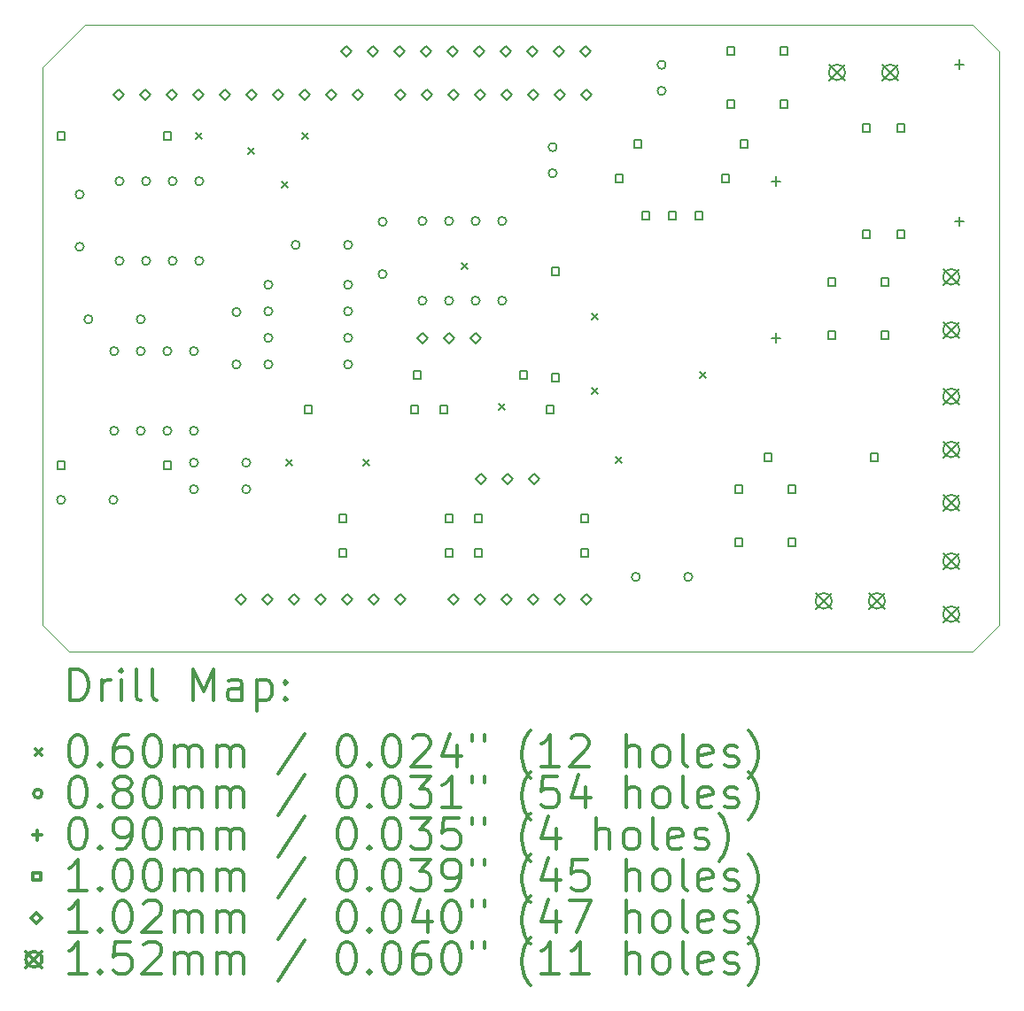
<source format=gbr>
%FSLAX45Y45*%
G04 Gerber Fmt 4.5, Leading zero omitted, Abs format (unit mm)*
G04 Created by KiCad (PCBNEW 4.0.2+dfsg1-stable) date dim. 24 juil. 2016 19:10:40 CEST*
%MOMM*%
G01*
G04 APERTURE LIST*
%ADD10C,0.127000*%
%ADD11C,0.100000*%
%ADD12C,0.200000*%
%ADD13C,0.300000*%
G04 APERTURE END LIST*
D10*
D11*
X16002000Y-10490200D02*
X16002000Y-5156200D01*
X16256000Y-10744200D02*
X16002000Y-10490200D01*
X18542000Y-10744200D02*
X16256000Y-10744200D01*
X18796000Y-10744200D02*
X18542000Y-10744200D01*
X24892000Y-10744200D02*
X18796000Y-10744200D01*
X25146000Y-10490200D02*
X24892000Y-10744200D01*
X25146000Y-5003800D02*
X25146000Y-10490200D01*
X24892000Y-4749800D02*
X25146000Y-5003800D01*
X16408400Y-4749800D02*
X24892000Y-4749800D01*
X16002000Y-5156200D02*
X16408400Y-4749800D01*
D12*
X17470600Y-5786600D02*
X17530600Y-5846600D01*
X17530600Y-5786600D02*
X17470600Y-5846600D01*
X17969235Y-5931046D02*
X18029235Y-5991046D01*
X18029235Y-5931046D02*
X17969235Y-5991046D01*
X18286967Y-6248779D02*
X18346967Y-6308779D01*
X18346967Y-6248779D02*
X18286967Y-6308779D01*
X18334200Y-8910800D02*
X18394200Y-8970800D01*
X18394200Y-8910800D02*
X18334200Y-8970800D01*
X18486600Y-5786600D02*
X18546600Y-5846600D01*
X18546600Y-5786600D02*
X18486600Y-5846600D01*
X19070800Y-8910800D02*
X19130800Y-8970800D01*
X19130800Y-8910800D02*
X19070800Y-8970800D01*
X20010600Y-7031200D02*
X20070600Y-7091200D01*
X20070600Y-7031200D02*
X20010600Y-7091200D01*
X20366200Y-8377400D02*
X20426200Y-8437400D01*
X20426200Y-8377400D02*
X20366200Y-8437400D01*
X21255200Y-7513800D02*
X21315200Y-7573800D01*
X21315200Y-7513800D02*
X21255200Y-7573800D01*
X21255200Y-8225000D02*
X21315200Y-8285000D01*
X21315200Y-8225000D02*
X21255200Y-8285000D01*
X21483800Y-8885400D02*
X21543800Y-8945400D01*
X21543800Y-8885400D02*
X21483800Y-8945400D01*
X22285826Y-8072600D02*
X22345826Y-8132600D01*
X22345826Y-8072600D02*
X22285826Y-8132600D01*
X16219800Y-9296400D02*
G75*
G03X16219800Y-9296400I-40000J0D01*
G01*
X16397600Y-6375400D02*
G75*
G03X16397600Y-6375400I-40000J0D01*
G01*
X16397600Y-6875400D02*
G75*
G03X16397600Y-6875400I-40000J0D01*
G01*
X16481800Y-7569200D02*
G75*
G03X16481800Y-7569200I-40000J0D01*
G01*
X16719800Y-9296400D02*
G75*
G03X16719800Y-9296400I-40000J0D01*
G01*
X16727800Y-7874000D02*
G75*
G03X16727800Y-7874000I-40000J0D01*
G01*
X16727800Y-8636000D02*
G75*
G03X16727800Y-8636000I-40000J0D01*
G01*
X16778600Y-6248400D02*
G75*
G03X16778600Y-6248400I-40000J0D01*
G01*
X16778600Y-7010400D02*
G75*
G03X16778600Y-7010400I-40000J0D01*
G01*
X16981800Y-7569200D02*
G75*
G03X16981800Y-7569200I-40000J0D01*
G01*
X16981800Y-7874000D02*
G75*
G03X16981800Y-7874000I-40000J0D01*
G01*
X16981800Y-8636000D02*
G75*
G03X16981800Y-8636000I-40000J0D01*
G01*
X17032600Y-6248400D02*
G75*
G03X17032600Y-6248400I-40000J0D01*
G01*
X17032600Y-7010400D02*
G75*
G03X17032600Y-7010400I-40000J0D01*
G01*
X17235800Y-7874000D02*
G75*
G03X17235800Y-7874000I-40000J0D01*
G01*
X17235800Y-8636000D02*
G75*
G03X17235800Y-8636000I-40000J0D01*
G01*
X17286600Y-6248400D02*
G75*
G03X17286600Y-6248400I-40000J0D01*
G01*
X17286600Y-7010400D02*
G75*
G03X17286600Y-7010400I-40000J0D01*
G01*
X17489800Y-7874000D02*
G75*
G03X17489800Y-7874000I-40000J0D01*
G01*
X17489800Y-8636000D02*
G75*
G03X17489800Y-8636000I-40000J0D01*
G01*
X17489800Y-8940800D02*
G75*
G03X17489800Y-8940800I-40000J0D01*
G01*
X17489800Y-9194800D02*
G75*
G03X17489800Y-9194800I-40000J0D01*
G01*
X17540600Y-6248400D02*
G75*
G03X17540600Y-6248400I-40000J0D01*
G01*
X17540600Y-7010400D02*
G75*
G03X17540600Y-7010400I-40000J0D01*
G01*
X17896200Y-7501000D02*
G75*
G03X17896200Y-7501000I-40000J0D01*
G01*
X17896200Y-8001000D02*
G75*
G03X17896200Y-8001000I-40000J0D01*
G01*
X17989800Y-8940800D02*
G75*
G03X17989800Y-8940800I-40000J0D01*
G01*
X17989800Y-9194800D02*
G75*
G03X17989800Y-9194800I-40000J0D01*
G01*
X18201000Y-7239000D02*
G75*
G03X18201000Y-7239000I-40000J0D01*
G01*
X18201000Y-7493000D02*
G75*
G03X18201000Y-7493000I-40000J0D01*
G01*
X18201000Y-7747000D02*
G75*
G03X18201000Y-7747000I-40000J0D01*
G01*
X18201000Y-8001000D02*
G75*
G03X18201000Y-8001000I-40000J0D01*
G01*
X18463000Y-6858000D02*
G75*
G03X18463000Y-6858000I-40000J0D01*
G01*
X18963000Y-6858000D02*
G75*
G03X18963000Y-6858000I-40000J0D01*
G01*
X18963000Y-7239000D02*
G75*
G03X18963000Y-7239000I-40000J0D01*
G01*
X18963000Y-7493000D02*
G75*
G03X18963000Y-7493000I-40000J0D01*
G01*
X18963000Y-7747000D02*
G75*
G03X18963000Y-7747000I-40000J0D01*
G01*
X18963000Y-8001000D02*
G75*
G03X18963000Y-8001000I-40000J0D01*
G01*
X19293200Y-6637400D02*
G75*
G03X19293200Y-6637400I-40000J0D01*
G01*
X19293200Y-7137400D02*
G75*
G03X19293200Y-7137400I-40000J0D01*
G01*
X19674200Y-6629400D02*
G75*
G03X19674200Y-6629400I-40000J0D01*
G01*
X19674200Y-7391400D02*
G75*
G03X19674200Y-7391400I-40000J0D01*
G01*
X19928200Y-6629400D02*
G75*
G03X19928200Y-6629400I-40000J0D01*
G01*
X19928200Y-7391400D02*
G75*
G03X19928200Y-7391400I-40000J0D01*
G01*
X20182200Y-6629400D02*
G75*
G03X20182200Y-6629400I-40000J0D01*
G01*
X20182200Y-7391400D02*
G75*
G03X20182200Y-7391400I-40000J0D01*
G01*
X20436200Y-6629400D02*
G75*
G03X20436200Y-6629400I-40000J0D01*
G01*
X20436200Y-7391400D02*
G75*
G03X20436200Y-7391400I-40000J0D01*
G01*
X20918800Y-5922200D02*
G75*
G03X20918800Y-5922200I-40000J0D01*
G01*
X20918800Y-6172200D02*
G75*
G03X20918800Y-6172200I-40000J0D01*
G01*
X21714200Y-10033000D02*
G75*
G03X21714200Y-10033000I-40000J0D01*
G01*
X21960200Y-5134800D02*
G75*
G03X21960200Y-5134800I-40000J0D01*
G01*
X21960200Y-5384800D02*
G75*
G03X21960200Y-5384800I-40000J0D01*
G01*
X22214200Y-10033000D02*
G75*
G03X22214200Y-10033000I-40000J0D01*
G01*
X23012400Y-6202000D02*
X23012400Y-6292000D01*
X22967400Y-6247000D02*
X23057400Y-6247000D01*
X23012400Y-7702000D02*
X23012400Y-7792000D01*
X22967400Y-7747000D02*
X23057400Y-7747000D01*
X24765000Y-5085800D02*
X24765000Y-5175800D01*
X24720000Y-5130800D02*
X24810000Y-5130800D01*
X24765000Y-6585800D02*
X24765000Y-6675800D01*
X24720000Y-6630800D02*
X24810000Y-6630800D01*
X16215182Y-5851982D02*
X16215182Y-5781217D01*
X16144417Y-5781217D01*
X16144417Y-5851982D01*
X16215182Y-5851982D01*
X16215182Y-9001583D02*
X16215182Y-8930818D01*
X16144417Y-8930818D01*
X16144417Y-9001583D01*
X16215182Y-9001583D01*
X17231183Y-5851982D02*
X17231183Y-5781217D01*
X17160418Y-5781217D01*
X17160418Y-5851982D01*
X17231183Y-5851982D01*
X17231183Y-9001583D02*
X17231183Y-8930818D01*
X17160418Y-8930818D01*
X17160418Y-9001583D01*
X17231183Y-9001583D01*
X18577383Y-8468183D02*
X18577383Y-8397418D01*
X18506618Y-8397418D01*
X18506618Y-8468183D01*
X18577383Y-8468183D01*
X18907583Y-9509583D02*
X18907583Y-9438818D01*
X18836818Y-9438818D01*
X18836818Y-9509583D01*
X18907583Y-9509583D01*
X18907583Y-9839783D02*
X18907583Y-9769018D01*
X18836818Y-9769018D01*
X18836818Y-9839783D01*
X18907583Y-9839783D01*
X19593383Y-8468183D02*
X19593383Y-8397418D01*
X19522618Y-8397418D01*
X19522618Y-8468183D01*
X19593383Y-8468183D01*
X19618783Y-8137982D02*
X19618783Y-8067217D01*
X19548018Y-8067217D01*
X19548018Y-8137982D01*
X19618783Y-8137982D01*
X19872783Y-8468183D02*
X19872783Y-8397418D01*
X19802018Y-8397418D01*
X19802018Y-8468183D01*
X19872783Y-8468183D01*
X19923583Y-9509583D02*
X19923583Y-9438818D01*
X19852818Y-9438818D01*
X19852818Y-9509583D01*
X19923583Y-9509583D01*
X19923583Y-9839783D02*
X19923583Y-9769018D01*
X19852818Y-9769018D01*
X19852818Y-9839783D01*
X19923583Y-9839783D01*
X20202983Y-9509583D02*
X20202983Y-9438818D01*
X20132218Y-9438818D01*
X20132218Y-9509583D01*
X20202983Y-9509583D01*
X20202983Y-9839783D02*
X20202983Y-9769018D01*
X20132218Y-9769018D01*
X20132218Y-9839783D01*
X20202983Y-9839783D01*
X20634783Y-8137982D02*
X20634783Y-8067217D01*
X20564018Y-8067217D01*
X20564018Y-8137982D01*
X20634783Y-8137982D01*
X20888783Y-8468183D02*
X20888783Y-8397418D01*
X20818018Y-8397418D01*
X20818018Y-8468183D01*
X20888783Y-8468183D01*
X20939583Y-7147382D02*
X20939583Y-7076617D01*
X20868818Y-7076617D01*
X20868818Y-7147382D01*
X20939583Y-7147382D01*
X20939583Y-8163382D02*
X20939583Y-8092617D01*
X20868818Y-8092617D01*
X20868818Y-8163382D01*
X20939583Y-8163382D01*
X21218983Y-9509583D02*
X21218983Y-9438818D01*
X21148218Y-9438818D01*
X21148218Y-9509583D01*
X21218983Y-9509583D01*
X21218983Y-9839783D02*
X21218983Y-9769018D01*
X21148218Y-9769018D01*
X21148218Y-9839783D01*
X21218983Y-9839783D01*
X21549183Y-6258382D02*
X21549183Y-6187617D01*
X21478418Y-6187617D01*
X21478418Y-6258382D01*
X21549183Y-6258382D01*
X21726983Y-5928182D02*
X21726983Y-5857417D01*
X21656218Y-5857417D01*
X21656218Y-5928182D01*
X21726983Y-5928182D01*
X21803183Y-6613982D02*
X21803183Y-6543217D01*
X21732418Y-6543217D01*
X21732418Y-6613982D01*
X21803183Y-6613982D01*
X22057183Y-6613982D02*
X22057183Y-6543217D01*
X21986418Y-6543217D01*
X21986418Y-6613982D01*
X22057183Y-6613982D01*
X22311183Y-6613982D02*
X22311183Y-6543217D01*
X22240418Y-6543217D01*
X22240418Y-6613982D01*
X22311183Y-6613982D01*
X22565182Y-6258382D02*
X22565182Y-6187617D01*
X22494417Y-6187617D01*
X22494417Y-6258382D01*
X22565182Y-6258382D01*
X22615982Y-5039183D02*
X22615982Y-4968418D01*
X22545217Y-4968418D01*
X22545217Y-5039183D01*
X22615982Y-5039183D01*
X22615982Y-5547183D02*
X22615982Y-5476418D01*
X22545217Y-5476418D01*
X22545217Y-5547183D01*
X22615982Y-5547183D01*
X22692182Y-9230183D02*
X22692182Y-9159418D01*
X22621417Y-9159418D01*
X22621417Y-9230183D01*
X22692182Y-9230183D01*
X22692182Y-9738183D02*
X22692182Y-9667418D01*
X22621417Y-9667418D01*
X22621417Y-9738183D01*
X22692182Y-9738183D01*
X22742982Y-5928182D02*
X22742982Y-5857417D01*
X22672217Y-5857417D01*
X22672217Y-5928182D01*
X22742982Y-5928182D01*
X22971582Y-8925383D02*
X22971582Y-8854618D01*
X22900817Y-8854618D01*
X22900817Y-8925383D01*
X22971582Y-8925383D01*
X23123982Y-5039183D02*
X23123982Y-4968418D01*
X23053217Y-4968418D01*
X23053217Y-5039183D01*
X23123982Y-5039183D01*
X23123982Y-5547183D02*
X23123982Y-5476418D01*
X23053217Y-5476418D01*
X23053217Y-5547183D01*
X23123982Y-5547183D01*
X23200182Y-9230183D02*
X23200182Y-9159418D01*
X23129417Y-9159418D01*
X23129417Y-9230183D01*
X23200182Y-9230183D01*
X23200182Y-9738183D02*
X23200182Y-9667418D01*
X23129417Y-9667418D01*
X23129417Y-9738183D01*
X23200182Y-9738183D01*
X23582874Y-7247291D02*
X23582874Y-7176526D01*
X23512109Y-7176526D01*
X23512109Y-7247291D01*
X23582874Y-7247291D01*
X23582874Y-7755291D02*
X23582874Y-7684526D01*
X23512109Y-7684526D01*
X23512109Y-7755291D01*
X23582874Y-7755291D01*
X23911382Y-5775782D02*
X23911382Y-5705017D01*
X23840617Y-5705017D01*
X23840617Y-5775782D01*
X23911382Y-5775782D01*
X23911382Y-6791782D02*
X23911382Y-6721017D01*
X23840617Y-6721017D01*
X23840617Y-6791782D01*
X23911382Y-6791782D01*
X23987582Y-8925383D02*
X23987582Y-8854618D01*
X23916817Y-8854618D01*
X23916817Y-8925383D01*
X23987582Y-8925383D01*
X24090874Y-7247291D02*
X24090874Y-7176526D01*
X24020109Y-7176526D01*
X24020109Y-7247291D01*
X24090874Y-7247291D01*
X24090874Y-7755291D02*
X24090874Y-7684526D01*
X24020109Y-7684526D01*
X24020109Y-7755291D01*
X24090874Y-7755291D01*
X24241582Y-5775782D02*
X24241582Y-5705017D01*
X24170817Y-5705017D01*
X24170817Y-5775782D01*
X24241582Y-5775782D01*
X24241582Y-6791782D02*
X24241582Y-6721017D01*
X24170817Y-6721017D01*
X24170817Y-6791782D01*
X24241582Y-6791782D01*
X16729710Y-5471160D02*
X16780510Y-5420360D01*
X16729710Y-5369560D01*
X16678910Y-5420360D01*
X16729710Y-5471160D01*
X16983710Y-5471160D02*
X17034510Y-5420360D01*
X16983710Y-5369560D01*
X16932910Y-5420360D01*
X16983710Y-5471160D01*
X17237710Y-5471160D02*
X17288510Y-5420360D01*
X17237710Y-5369560D01*
X17186910Y-5420360D01*
X17237710Y-5471160D01*
X17491710Y-5471160D02*
X17542510Y-5420360D01*
X17491710Y-5369560D01*
X17440910Y-5420360D01*
X17491710Y-5471160D01*
X17745710Y-5471160D02*
X17796510Y-5420360D01*
X17745710Y-5369560D01*
X17694910Y-5420360D01*
X17745710Y-5471160D01*
X17898110Y-10297160D02*
X17948910Y-10246360D01*
X17898110Y-10195560D01*
X17847310Y-10246360D01*
X17898110Y-10297160D01*
X17999710Y-5471160D02*
X18050510Y-5420360D01*
X17999710Y-5369560D01*
X17948910Y-5420360D01*
X17999710Y-5471160D01*
X18152110Y-10297160D02*
X18202910Y-10246360D01*
X18152110Y-10195560D01*
X18101310Y-10246360D01*
X18152110Y-10297160D01*
X18253710Y-5471160D02*
X18304510Y-5420360D01*
X18253710Y-5369560D01*
X18202910Y-5420360D01*
X18253710Y-5471160D01*
X18406110Y-10297160D02*
X18456910Y-10246360D01*
X18406110Y-10195560D01*
X18355310Y-10246360D01*
X18406110Y-10297160D01*
X18507710Y-5471160D02*
X18558510Y-5420360D01*
X18507710Y-5369560D01*
X18456910Y-5420360D01*
X18507710Y-5471160D01*
X18660110Y-10297160D02*
X18710910Y-10246360D01*
X18660110Y-10195560D01*
X18609310Y-10246360D01*
X18660110Y-10297160D01*
X18761710Y-5471160D02*
X18812510Y-5420360D01*
X18761710Y-5369560D01*
X18710910Y-5420360D01*
X18761710Y-5471160D01*
X18910300Y-5054600D02*
X18961100Y-5003800D01*
X18910300Y-4953000D01*
X18859500Y-5003800D01*
X18910300Y-5054600D01*
X18914110Y-10297160D02*
X18964910Y-10246360D01*
X18914110Y-10195560D01*
X18863310Y-10246360D01*
X18914110Y-10297160D01*
X19015710Y-5471160D02*
X19066510Y-5420360D01*
X19015710Y-5369560D01*
X18964910Y-5420360D01*
X19015710Y-5471160D01*
X19164300Y-5054600D02*
X19215100Y-5003800D01*
X19164300Y-4953000D01*
X19113500Y-5003800D01*
X19164300Y-5054600D01*
X19168110Y-10297160D02*
X19218910Y-10246360D01*
X19168110Y-10195560D01*
X19117310Y-10246360D01*
X19168110Y-10297160D01*
X19418300Y-5054600D02*
X19469100Y-5003800D01*
X19418300Y-4953000D01*
X19367500Y-5003800D01*
X19418300Y-5054600D01*
X19422110Y-5471160D02*
X19472910Y-5420360D01*
X19422110Y-5369560D01*
X19371310Y-5420360D01*
X19422110Y-5471160D01*
X19422110Y-10297160D02*
X19472910Y-10246360D01*
X19422110Y-10195560D01*
X19371310Y-10246360D01*
X19422110Y-10297160D01*
X19634200Y-7797800D02*
X19685000Y-7747000D01*
X19634200Y-7696200D01*
X19583400Y-7747000D01*
X19634200Y-7797800D01*
X19672300Y-5054600D02*
X19723100Y-5003800D01*
X19672300Y-4953000D01*
X19621500Y-5003800D01*
X19672300Y-5054600D01*
X19676110Y-5471160D02*
X19726910Y-5420360D01*
X19676110Y-5369560D01*
X19625310Y-5420360D01*
X19676110Y-5471160D01*
X19888200Y-7797800D02*
X19939000Y-7747000D01*
X19888200Y-7696200D01*
X19837400Y-7747000D01*
X19888200Y-7797800D01*
X19926300Y-5054600D02*
X19977100Y-5003800D01*
X19926300Y-4953000D01*
X19875500Y-5003800D01*
X19926300Y-5054600D01*
X19930110Y-5471160D02*
X19980910Y-5420360D01*
X19930110Y-5369560D01*
X19879310Y-5420360D01*
X19930110Y-5471160D01*
X19930110Y-10297160D02*
X19980910Y-10246360D01*
X19930110Y-10195560D01*
X19879310Y-10246360D01*
X19930110Y-10297160D01*
X20142200Y-7797800D02*
X20193000Y-7747000D01*
X20142200Y-7696200D01*
X20091400Y-7747000D01*
X20142200Y-7797800D01*
X20180300Y-5054600D02*
X20231100Y-5003800D01*
X20180300Y-4953000D01*
X20129500Y-5003800D01*
X20180300Y-5054600D01*
X20184110Y-5471160D02*
X20234910Y-5420360D01*
X20184110Y-5369560D01*
X20133310Y-5420360D01*
X20184110Y-5471160D01*
X20184110Y-10297160D02*
X20234910Y-10246360D01*
X20184110Y-10195560D01*
X20133310Y-10246360D01*
X20184110Y-10297160D01*
X20193000Y-9144000D02*
X20243800Y-9093200D01*
X20193000Y-9042400D01*
X20142200Y-9093200D01*
X20193000Y-9144000D01*
X20434300Y-5054600D02*
X20485100Y-5003800D01*
X20434300Y-4953000D01*
X20383500Y-5003800D01*
X20434300Y-5054600D01*
X20438110Y-5471160D02*
X20488910Y-5420360D01*
X20438110Y-5369560D01*
X20387310Y-5420360D01*
X20438110Y-5471160D01*
X20438110Y-10297160D02*
X20488910Y-10246360D01*
X20438110Y-10195560D01*
X20387310Y-10246360D01*
X20438110Y-10297160D01*
X20447000Y-9144000D02*
X20497800Y-9093200D01*
X20447000Y-9042400D01*
X20396200Y-9093200D01*
X20447000Y-9144000D01*
X20688300Y-5054600D02*
X20739100Y-5003800D01*
X20688300Y-4953000D01*
X20637500Y-5003800D01*
X20688300Y-5054600D01*
X20692110Y-5471160D02*
X20742910Y-5420360D01*
X20692110Y-5369560D01*
X20641310Y-5420360D01*
X20692110Y-5471160D01*
X20692110Y-10297160D02*
X20742910Y-10246360D01*
X20692110Y-10195560D01*
X20641310Y-10246360D01*
X20692110Y-10297160D01*
X20701000Y-9144000D02*
X20751800Y-9093200D01*
X20701000Y-9042400D01*
X20650200Y-9093200D01*
X20701000Y-9144000D01*
X20942300Y-5054600D02*
X20993100Y-5003800D01*
X20942300Y-4953000D01*
X20891500Y-5003800D01*
X20942300Y-5054600D01*
X20946110Y-5471160D02*
X20996910Y-5420360D01*
X20946110Y-5369560D01*
X20895310Y-5420360D01*
X20946110Y-5471160D01*
X20946110Y-10297160D02*
X20996910Y-10246360D01*
X20946110Y-10195560D01*
X20895310Y-10246360D01*
X20946110Y-10297160D01*
X21196300Y-5054600D02*
X21247100Y-5003800D01*
X21196300Y-4953000D01*
X21145500Y-5003800D01*
X21196300Y-5054600D01*
X21200110Y-5471160D02*
X21250910Y-5420360D01*
X21200110Y-5369560D01*
X21149310Y-5420360D01*
X21200110Y-5471160D01*
X21200110Y-10297160D02*
X21250910Y-10246360D01*
X21200110Y-10195560D01*
X21149310Y-10246360D01*
X21200110Y-10297160D01*
X23393400Y-10185400D02*
X23545800Y-10337800D01*
X23545800Y-10185400D02*
X23393400Y-10337800D01*
X23545800Y-10261600D02*
G75*
G03X23545800Y-10261600I-76200J0D01*
G01*
X23520400Y-5130800D02*
X23672800Y-5283200D01*
X23672800Y-5130800D02*
X23520400Y-5283200D01*
X23672800Y-5207000D02*
G75*
G03X23672800Y-5207000I-76200J0D01*
G01*
X23901400Y-10185400D02*
X24053800Y-10337800D01*
X24053800Y-10185400D02*
X23901400Y-10337800D01*
X24053800Y-10261600D02*
G75*
G03X24053800Y-10261600I-76200J0D01*
G01*
X24028400Y-5130800D02*
X24180800Y-5283200D01*
X24180800Y-5130800D02*
X24028400Y-5283200D01*
X24180800Y-5207000D02*
G75*
G03X24180800Y-5207000I-76200J0D01*
G01*
X24612600Y-7086600D02*
X24765000Y-7239000D01*
X24765000Y-7086600D02*
X24612600Y-7239000D01*
X24765000Y-7162800D02*
G75*
G03X24765000Y-7162800I-76200J0D01*
G01*
X24612600Y-7594600D02*
X24765000Y-7747000D01*
X24765000Y-7594600D02*
X24612600Y-7747000D01*
X24765000Y-7670800D02*
G75*
G03X24765000Y-7670800I-76200J0D01*
G01*
X24612600Y-8229600D02*
X24765000Y-8382000D01*
X24765000Y-8229600D02*
X24612600Y-8382000D01*
X24765000Y-8305800D02*
G75*
G03X24765000Y-8305800I-76200J0D01*
G01*
X24612600Y-8737600D02*
X24765000Y-8890000D01*
X24765000Y-8737600D02*
X24612600Y-8890000D01*
X24765000Y-8813800D02*
G75*
G03X24765000Y-8813800I-76200J0D01*
G01*
X24612600Y-9245600D02*
X24765000Y-9398000D01*
X24765000Y-9245600D02*
X24612600Y-9398000D01*
X24765000Y-9321800D02*
G75*
G03X24765000Y-9321800I-76200J0D01*
G01*
X24612600Y-9804400D02*
X24765000Y-9956800D01*
X24765000Y-9804400D02*
X24612600Y-9956800D01*
X24765000Y-9880600D02*
G75*
G03X24765000Y-9880600I-76200J0D01*
G01*
X24612600Y-10312400D02*
X24765000Y-10464800D01*
X24765000Y-10312400D02*
X24612600Y-10464800D01*
X24765000Y-10388600D02*
G75*
G03X24765000Y-10388600I-76200J0D01*
G01*
D13*
X16268428Y-11214914D02*
X16268428Y-10914914D01*
X16339857Y-10914914D01*
X16382714Y-10929200D01*
X16411286Y-10957772D01*
X16425571Y-10986343D01*
X16439857Y-11043486D01*
X16439857Y-11086343D01*
X16425571Y-11143486D01*
X16411286Y-11172057D01*
X16382714Y-11200629D01*
X16339857Y-11214914D01*
X16268428Y-11214914D01*
X16568428Y-11214914D02*
X16568428Y-11014914D01*
X16568428Y-11072057D02*
X16582714Y-11043486D01*
X16597000Y-11029200D01*
X16625571Y-11014914D01*
X16654143Y-11014914D01*
X16754143Y-11214914D02*
X16754143Y-11014914D01*
X16754143Y-10914914D02*
X16739857Y-10929200D01*
X16754143Y-10943486D01*
X16768428Y-10929200D01*
X16754143Y-10914914D01*
X16754143Y-10943486D01*
X16939857Y-11214914D02*
X16911286Y-11200629D01*
X16897000Y-11172057D01*
X16897000Y-10914914D01*
X17097000Y-11214914D02*
X17068429Y-11200629D01*
X17054143Y-11172057D01*
X17054143Y-10914914D01*
X17439857Y-11214914D02*
X17439857Y-10914914D01*
X17539857Y-11129200D01*
X17639857Y-10914914D01*
X17639857Y-11214914D01*
X17911286Y-11214914D02*
X17911286Y-11057772D01*
X17897000Y-11029200D01*
X17868429Y-11014914D01*
X17811286Y-11014914D01*
X17782714Y-11029200D01*
X17911286Y-11200629D02*
X17882714Y-11214914D01*
X17811286Y-11214914D01*
X17782714Y-11200629D01*
X17768429Y-11172057D01*
X17768429Y-11143486D01*
X17782714Y-11114914D01*
X17811286Y-11100629D01*
X17882714Y-11100629D01*
X17911286Y-11086343D01*
X18054143Y-11014914D02*
X18054143Y-11314914D01*
X18054143Y-11029200D02*
X18082714Y-11014914D01*
X18139857Y-11014914D01*
X18168429Y-11029200D01*
X18182714Y-11043486D01*
X18197000Y-11072057D01*
X18197000Y-11157772D01*
X18182714Y-11186343D01*
X18168429Y-11200629D01*
X18139857Y-11214914D01*
X18082714Y-11214914D01*
X18054143Y-11200629D01*
X18325571Y-11186343D02*
X18339857Y-11200629D01*
X18325571Y-11214914D01*
X18311286Y-11200629D01*
X18325571Y-11186343D01*
X18325571Y-11214914D01*
X18325571Y-11029200D02*
X18339857Y-11043486D01*
X18325571Y-11057772D01*
X18311286Y-11043486D01*
X18325571Y-11029200D01*
X18325571Y-11057772D01*
X15937000Y-11679200D02*
X15997000Y-11739200D01*
X15997000Y-11679200D02*
X15937000Y-11739200D01*
X16325571Y-11544914D02*
X16354143Y-11544914D01*
X16382714Y-11559200D01*
X16397000Y-11573486D01*
X16411286Y-11602057D01*
X16425571Y-11659200D01*
X16425571Y-11730629D01*
X16411286Y-11787771D01*
X16397000Y-11816343D01*
X16382714Y-11830629D01*
X16354143Y-11844914D01*
X16325571Y-11844914D01*
X16297000Y-11830629D01*
X16282714Y-11816343D01*
X16268428Y-11787771D01*
X16254143Y-11730629D01*
X16254143Y-11659200D01*
X16268428Y-11602057D01*
X16282714Y-11573486D01*
X16297000Y-11559200D01*
X16325571Y-11544914D01*
X16554143Y-11816343D02*
X16568428Y-11830629D01*
X16554143Y-11844914D01*
X16539857Y-11830629D01*
X16554143Y-11816343D01*
X16554143Y-11844914D01*
X16825571Y-11544914D02*
X16768428Y-11544914D01*
X16739857Y-11559200D01*
X16725571Y-11573486D01*
X16697000Y-11616343D01*
X16682714Y-11673486D01*
X16682714Y-11787771D01*
X16697000Y-11816343D01*
X16711286Y-11830629D01*
X16739857Y-11844914D01*
X16797000Y-11844914D01*
X16825571Y-11830629D01*
X16839857Y-11816343D01*
X16854143Y-11787771D01*
X16854143Y-11716343D01*
X16839857Y-11687771D01*
X16825571Y-11673486D01*
X16797000Y-11659200D01*
X16739857Y-11659200D01*
X16711286Y-11673486D01*
X16697000Y-11687771D01*
X16682714Y-11716343D01*
X17039857Y-11544914D02*
X17068429Y-11544914D01*
X17097000Y-11559200D01*
X17111286Y-11573486D01*
X17125571Y-11602057D01*
X17139857Y-11659200D01*
X17139857Y-11730629D01*
X17125571Y-11787771D01*
X17111286Y-11816343D01*
X17097000Y-11830629D01*
X17068429Y-11844914D01*
X17039857Y-11844914D01*
X17011286Y-11830629D01*
X16997000Y-11816343D01*
X16982714Y-11787771D01*
X16968429Y-11730629D01*
X16968429Y-11659200D01*
X16982714Y-11602057D01*
X16997000Y-11573486D01*
X17011286Y-11559200D01*
X17039857Y-11544914D01*
X17268429Y-11844914D02*
X17268429Y-11644914D01*
X17268429Y-11673486D02*
X17282714Y-11659200D01*
X17311286Y-11644914D01*
X17354143Y-11644914D01*
X17382714Y-11659200D01*
X17397000Y-11687771D01*
X17397000Y-11844914D01*
X17397000Y-11687771D02*
X17411286Y-11659200D01*
X17439857Y-11644914D01*
X17482714Y-11644914D01*
X17511286Y-11659200D01*
X17525571Y-11687771D01*
X17525571Y-11844914D01*
X17668429Y-11844914D02*
X17668429Y-11644914D01*
X17668429Y-11673486D02*
X17682714Y-11659200D01*
X17711286Y-11644914D01*
X17754143Y-11644914D01*
X17782714Y-11659200D01*
X17797000Y-11687771D01*
X17797000Y-11844914D01*
X17797000Y-11687771D02*
X17811286Y-11659200D01*
X17839857Y-11644914D01*
X17882714Y-11644914D01*
X17911286Y-11659200D01*
X17925571Y-11687771D01*
X17925571Y-11844914D01*
X18511286Y-11530629D02*
X18254143Y-11916343D01*
X18897000Y-11544914D02*
X18925571Y-11544914D01*
X18954143Y-11559200D01*
X18968428Y-11573486D01*
X18982714Y-11602057D01*
X18997000Y-11659200D01*
X18997000Y-11730629D01*
X18982714Y-11787771D01*
X18968428Y-11816343D01*
X18954143Y-11830629D01*
X18925571Y-11844914D01*
X18897000Y-11844914D01*
X18868428Y-11830629D01*
X18854143Y-11816343D01*
X18839857Y-11787771D01*
X18825571Y-11730629D01*
X18825571Y-11659200D01*
X18839857Y-11602057D01*
X18854143Y-11573486D01*
X18868428Y-11559200D01*
X18897000Y-11544914D01*
X19125571Y-11816343D02*
X19139857Y-11830629D01*
X19125571Y-11844914D01*
X19111286Y-11830629D01*
X19125571Y-11816343D01*
X19125571Y-11844914D01*
X19325571Y-11544914D02*
X19354143Y-11544914D01*
X19382714Y-11559200D01*
X19397000Y-11573486D01*
X19411286Y-11602057D01*
X19425571Y-11659200D01*
X19425571Y-11730629D01*
X19411286Y-11787771D01*
X19397000Y-11816343D01*
X19382714Y-11830629D01*
X19354143Y-11844914D01*
X19325571Y-11844914D01*
X19297000Y-11830629D01*
X19282714Y-11816343D01*
X19268428Y-11787771D01*
X19254143Y-11730629D01*
X19254143Y-11659200D01*
X19268428Y-11602057D01*
X19282714Y-11573486D01*
X19297000Y-11559200D01*
X19325571Y-11544914D01*
X19539857Y-11573486D02*
X19554143Y-11559200D01*
X19582714Y-11544914D01*
X19654143Y-11544914D01*
X19682714Y-11559200D01*
X19697000Y-11573486D01*
X19711286Y-11602057D01*
X19711286Y-11630629D01*
X19697000Y-11673486D01*
X19525571Y-11844914D01*
X19711286Y-11844914D01*
X19968428Y-11644914D02*
X19968428Y-11844914D01*
X19897000Y-11530629D02*
X19825571Y-11744914D01*
X20011286Y-11744914D01*
X20111286Y-11544914D02*
X20111286Y-11602057D01*
X20225571Y-11544914D02*
X20225571Y-11602057D01*
X20668428Y-11959200D02*
X20654143Y-11944914D01*
X20625571Y-11902057D01*
X20611286Y-11873486D01*
X20597000Y-11830629D01*
X20582714Y-11759200D01*
X20582714Y-11702057D01*
X20597000Y-11630629D01*
X20611286Y-11587771D01*
X20625571Y-11559200D01*
X20654143Y-11516343D01*
X20668428Y-11502057D01*
X20939857Y-11844914D02*
X20768428Y-11844914D01*
X20854143Y-11844914D02*
X20854143Y-11544914D01*
X20825571Y-11587771D01*
X20797000Y-11616343D01*
X20768428Y-11630629D01*
X21054143Y-11573486D02*
X21068428Y-11559200D01*
X21097000Y-11544914D01*
X21168428Y-11544914D01*
X21197000Y-11559200D01*
X21211286Y-11573486D01*
X21225571Y-11602057D01*
X21225571Y-11630629D01*
X21211286Y-11673486D01*
X21039857Y-11844914D01*
X21225571Y-11844914D01*
X21582714Y-11844914D02*
X21582714Y-11544914D01*
X21711286Y-11844914D02*
X21711286Y-11687771D01*
X21697000Y-11659200D01*
X21668428Y-11644914D01*
X21625571Y-11644914D01*
X21597000Y-11659200D01*
X21582714Y-11673486D01*
X21897000Y-11844914D02*
X21868428Y-11830629D01*
X21854143Y-11816343D01*
X21839857Y-11787771D01*
X21839857Y-11702057D01*
X21854143Y-11673486D01*
X21868428Y-11659200D01*
X21897000Y-11644914D01*
X21939857Y-11644914D01*
X21968428Y-11659200D01*
X21982714Y-11673486D01*
X21997000Y-11702057D01*
X21997000Y-11787771D01*
X21982714Y-11816343D01*
X21968428Y-11830629D01*
X21939857Y-11844914D01*
X21897000Y-11844914D01*
X22168428Y-11844914D02*
X22139857Y-11830629D01*
X22125571Y-11802057D01*
X22125571Y-11544914D01*
X22397000Y-11830629D02*
X22368429Y-11844914D01*
X22311286Y-11844914D01*
X22282714Y-11830629D01*
X22268429Y-11802057D01*
X22268429Y-11687771D01*
X22282714Y-11659200D01*
X22311286Y-11644914D01*
X22368429Y-11644914D01*
X22397000Y-11659200D01*
X22411286Y-11687771D01*
X22411286Y-11716343D01*
X22268429Y-11744914D01*
X22525571Y-11830629D02*
X22554143Y-11844914D01*
X22611286Y-11844914D01*
X22639857Y-11830629D01*
X22654143Y-11802057D01*
X22654143Y-11787771D01*
X22639857Y-11759200D01*
X22611286Y-11744914D01*
X22568428Y-11744914D01*
X22539857Y-11730629D01*
X22525571Y-11702057D01*
X22525571Y-11687771D01*
X22539857Y-11659200D01*
X22568428Y-11644914D01*
X22611286Y-11644914D01*
X22639857Y-11659200D01*
X22754143Y-11959200D02*
X22768428Y-11944914D01*
X22797000Y-11902057D01*
X22811286Y-11873486D01*
X22825571Y-11830629D01*
X22839857Y-11759200D01*
X22839857Y-11702057D01*
X22825571Y-11630629D01*
X22811286Y-11587771D01*
X22797000Y-11559200D01*
X22768428Y-11516343D01*
X22754143Y-11502057D01*
X15997000Y-12105200D02*
G75*
G03X15997000Y-12105200I-40000J0D01*
G01*
X16325571Y-11940914D02*
X16354143Y-11940914D01*
X16382714Y-11955200D01*
X16397000Y-11969486D01*
X16411286Y-11998057D01*
X16425571Y-12055200D01*
X16425571Y-12126629D01*
X16411286Y-12183771D01*
X16397000Y-12212343D01*
X16382714Y-12226629D01*
X16354143Y-12240914D01*
X16325571Y-12240914D01*
X16297000Y-12226629D01*
X16282714Y-12212343D01*
X16268428Y-12183771D01*
X16254143Y-12126629D01*
X16254143Y-12055200D01*
X16268428Y-11998057D01*
X16282714Y-11969486D01*
X16297000Y-11955200D01*
X16325571Y-11940914D01*
X16554143Y-12212343D02*
X16568428Y-12226629D01*
X16554143Y-12240914D01*
X16539857Y-12226629D01*
X16554143Y-12212343D01*
X16554143Y-12240914D01*
X16739857Y-12069486D02*
X16711286Y-12055200D01*
X16697000Y-12040914D01*
X16682714Y-12012343D01*
X16682714Y-11998057D01*
X16697000Y-11969486D01*
X16711286Y-11955200D01*
X16739857Y-11940914D01*
X16797000Y-11940914D01*
X16825571Y-11955200D01*
X16839857Y-11969486D01*
X16854143Y-11998057D01*
X16854143Y-12012343D01*
X16839857Y-12040914D01*
X16825571Y-12055200D01*
X16797000Y-12069486D01*
X16739857Y-12069486D01*
X16711286Y-12083771D01*
X16697000Y-12098057D01*
X16682714Y-12126629D01*
X16682714Y-12183771D01*
X16697000Y-12212343D01*
X16711286Y-12226629D01*
X16739857Y-12240914D01*
X16797000Y-12240914D01*
X16825571Y-12226629D01*
X16839857Y-12212343D01*
X16854143Y-12183771D01*
X16854143Y-12126629D01*
X16839857Y-12098057D01*
X16825571Y-12083771D01*
X16797000Y-12069486D01*
X17039857Y-11940914D02*
X17068429Y-11940914D01*
X17097000Y-11955200D01*
X17111286Y-11969486D01*
X17125571Y-11998057D01*
X17139857Y-12055200D01*
X17139857Y-12126629D01*
X17125571Y-12183771D01*
X17111286Y-12212343D01*
X17097000Y-12226629D01*
X17068429Y-12240914D01*
X17039857Y-12240914D01*
X17011286Y-12226629D01*
X16997000Y-12212343D01*
X16982714Y-12183771D01*
X16968429Y-12126629D01*
X16968429Y-12055200D01*
X16982714Y-11998057D01*
X16997000Y-11969486D01*
X17011286Y-11955200D01*
X17039857Y-11940914D01*
X17268429Y-12240914D02*
X17268429Y-12040914D01*
X17268429Y-12069486D02*
X17282714Y-12055200D01*
X17311286Y-12040914D01*
X17354143Y-12040914D01*
X17382714Y-12055200D01*
X17397000Y-12083771D01*
X17397000Y-12240914D01*
X17397000Y-12083771D02*
X17411286Y-12055200D01*
X17439857Y-12040914D01*
X17482714Y-12040914D01*
X17511286Y-12055200D01*
X17525571Y-12083771D01*
X17525571Y-12240914D01*
X17668429Y-12240914D02*
X17668429Y-12040914D01*
X17668429Y-12069486D02*
X17682714Y-12055200D01*
X17711286Y-12040914D01*
X17754143Y-12040914D01*
X17782714Y-12055200D01*
X17797000Y-12083771D01*
X17797000Y-12240914D01*
X17797000Y-12083771D02*
X17811286Y-12055200D01*
X17839857Y-12040914D01*
X17882714Y-12040914D01*
X17911286Y-12055200D01*
X17925571Y-12083771D01*
X17925571Y-12240914D01*
X18511286Y-11926629D02*
X18254143Y-12312343D01*
X18897000Y-11940914D02*
X18925571Y-11940914D01*
X18954143Y-11955200D01*
X18968428Y-11969486D01*
X18982714Y-11998057D01*
X18997000Y-12055200D01*
X18997000Y-12126629D01*
X18982714Y-12183771D01*
X18968428Y-12212343D01*
X18954143Y-12226629D01*
X18925571Y-12240914D01*
X18897000Y-12240914D01*
X18868428Y-12226629D01*
X18854143Y-12212343D01*
X18839857Y-12183771D01*
X18825571Y-12126629D01*
X18825571Y-12055200D01*
X18839857Y-11998057D01*
X18854143Y-11969486D01*
X18868428Y-11955200D01*
X18897000Y-11940914D01*
X19125571Y-12212343D02*
X19139857Y-12226629D01*
X19125571Y-12240914D01*
X19111286Y-12226629D01*
X19125571Y-12212343D01*
X19125571Y-12240914D01*
X19325571Y-11940914D02*
X19354143Y-11940914D01*
X19382714Y-11955200D01*
X19397000Y-11969486D01*
X19411286Y-11998057D01*
X19425571Y-12055200D01*
X19425571Y-12126629D01*
X19411286Y-12183771D01*
X19397000Y-12212343D01*
X19382714Y-12226629D01*
X19354143Y-12240914D01*
X19325571Y-12240914D01*
X19297000Y-12226629D01*
X19282714Y-12212343D01*
X19268428Y-12183771D01*
X19254143Y-12126629D01*
X19254143Y-12055200D01*
X19268428Y-11998057D01*
X19282714Y-11969486D01*
X19297000Y-11955200D01*
X19325571Y-11940914D01*
X19525571Y-11940914D02*
X19711286Y-11940914D01*
X19611286Y-12055200D01*
X19654143Y-12055200D01*
X19682714Y-12069486D01*
X19697000Y-12083771D01*
X19711286Y-12112343D01*
X19711286Y-12183771D01*
X19697000Y-12212343D01*
X19682714Y-12226629D01*
X19654143Y-12240914D01*
X19568428Y-12240914D01*
X19539857Y-12226629D01*
X19525571Y-12212343D01*
X19997000Y-12240914D02*
X19825571Y-12240914D01*
X19911286Y-12240914D02*
X19911286Y-11940914D01*
X19882714Y-11983771D01*
X19854143Y-12012343D01*
X19825571Y-12026629D01*
X20111286Y-11940914D02*
X20111286Y-11998057D01*
X20225571Y-11940914D02*
X20225571Y-11998057D01*
X20668428Y-12355200D02*
X20654143Y-12340914D01*
X20625571Y-12298057D01*
X20611286Y-12269486D01*
X20597000Y-12226629D01*
X20582714Y-12155200D01*
X20582714Y-12098057D01*
X20597000Y-12026629D01*
X20611286Y-11983771D01*
X20625571Y-11955200D01*
X20654143Y-11912343D01*
X20668428Y-11898057D01*
X20925571Y-11940914D02*
X20782714Y-11940914D01*
X20768428Y-12083771D01*
X20782714Y-12069486D01*
X20811286Y-12055200D01*
X20882714Y-12055200D01*
X20911286Y-12069486D01*
X20925571Y-12083771D01*
X20939857Y-12112343D01*
X20939857Y-12183771D01*
X20925571Y-12212343D01*
X20911286Y-12226629D01*
X20882714Y-12240914D01*
X20811286Y-12240914D01*
X20782714Y-12226629D01*
X20768428Y-12212343D01*
X21197000Y-12040914D02*
X21197000Y-12240914D01*
X21125571Y-11926629D02*
X21054143Y-12140914D01*
X21239857Y-12140914D01*
X21582714Y-12240914D02*
X21582714Y-11940914D01*
X21711286Y-12240914D02*
X21711286Y-12083771D01*
X21697000Y-12055200D01*
X21668428Y-12040914D01*
X21625571Y-12040914D01*
X21597000Y-12055200D01*
X21582714Y-12069486D01*
X21897000Y-12240914D02*
X21868428Y-12226629D01*
X21854143Y-12212343D01*
X21839857Y-12183771D01*
X21839857Y-12098057D01*
X21854143Y-12069486D01*
X21868428Y-12055200D01*
X21897000Y-12040914D01*
X21939857Y-12040914D01*
X21968428Y-12055200D01*
X21982714Y-12069486D01*
X21997000Y-12098057D01*
X21997000Y-12183771D01*
X21982714Y-12212343D01*
X21968428Y-12226629D01*
X21939857Y-12240914D01*
X21897000Y-12240914D01*
X22168428Y-12240914D02*
X22139857Y-12226629D01*
X22125571Y-12198057D01*
X22125571Y-11940914D01*
X22397000Y-12226629D02*
X22368429Y-12240914D01*
X22311286Y-12240914D01*
X22282714Y-12226629D01*
X22268429Y-12198057D01*
X22268429Y-12083771D01*
X22282714Y-12055200D01*
X22311286Y-12040914D01*
X22368429Y-12040914D01*
X22397000Y-12055200D01*
X22411286Y-12083771D01*
X22411286Y-12112343D01*
X22268429Y-12140914D01*
X22525571Y-12226629D02*
X22554143Y-12240914D01*
X22611286Y-12240914D01*
X22639857Y-12226629D01*
X22654143Y-12198057D01*
X22654143Y-12183771D01*
X22639857Y-12155200D01*
X22611286Y-12140914D01*
X22568428Y-12140914D01*
X22539857Y-12126629D01*
X22525571Y-12098057D01*
X22525571Y-12083771D01*
X22539857Y-12055200D01*
X22568428Y-12040914D01*
X22611286Y-12040914D01*
X22639857Y-12055200D01*
X22754143Y-12355200D02*
X22768428Y-12340914D01*
X22797000Y-12298057D01*
X22811286Y-12269486D01*
X22825571Y-12226629D01*
X22839857Y-12155200D01*
X22839857Y-12098057D01*
X22825571Y-12026629D01*
X22811286Y-11983771D01*
X22797000Y-11955200D01*
X22768428Y-11912343D01*
X22754143Y-11898057D01*
X15952000Y-12456200D02*
X15952000Y-12546200D01*
X15907000Y-12501200D02*
X15997000Y-12501200D01*
X16325571Y-12336914D02*
X16354143Y-12336914D01*
X16382714Y-12351200D01*
X16397000Y-12365486D01*
X16411286Y-12394057D01*
X16425571Y-12451200D01*
X16425571Y-12522629D01*
X16411286Y-12579771D01*
X16397000Y-12608343D01*
X16382714Y-12622629D01*
X16354143Y-12636914D01*
X16325571Y-12636914D01*
X16297000Y-12622629D01*
X16282714Y-12608343D01*
X16268428Y-12579771D01*
X16254143Y-12522629D01*
X16254143Y-12451200D01*
X16268428Y-12394057D01*
X16282714Y-12365486D01*
X16297000Y-12351200D01*
X16325571Y-12336914D01*
X16554143Y-12608343D02*
X16568428Y-12622629D01*
X16554143Y-12636914D01*
X16539857Y-12622629D01*
X16554143Y-12608343D01*
X16554143Y-12636914D01*
X16711286Y-12636914D02*
X16768428Y-12636914D01*
X16797000Y-12622629D01*
X16811286Y-12608343D01*
X16839857Y-12565486D01*
X16854143Y-12508343D01*
X16854143Y-12394057D01*
X16839857Y-12365486D01*
X16825571Y-12351200D01*
X16797000Y-12336914D01*
X16739857Y-12336914D01*
X16711286Y-12351200D01*
X16697000Y-12365486D01*
X16682714Y-12394057D01*
X16682714Y-12465486D01*
X16697000Y-12494057D01*
X16711286Y-12508343D01*
X16739857Y-12522629D01*
X16797000Y-12522629D01*
X16825571Y-12508343D01*
X16839857Y-12494057D01*
X16854143Y-12465486D01*
X17039857Y-12336914D02*
X17068429Y-12336914D01*
X17097000Y-12351200D01*
X17111286Y-12365486D01*
X17125571Y-12394057D01*
X17139857Y-12451200D01*
X17139857Y-12522629D01*
X17125571Y-12579771D01*
X17111286Y-12608343D01*
X17097000Y-12622629D01*
X17068429Y-12636914D01*
X17039857Y-12636914D01*
X17011286Y-12622629D01*
X16997000Y-12608343D01*
X16982714Y-12579771D01*
X16968429Y-12522629D01*
X16968429Y-12451200D01*
X16982714Y-12394057D01*
X16997000Y-12365486D01*
X17011286Y-12351200D01*
X17039857Y-12336914D01*
X17268429Y-12636914D02*
X17268429Y-12436914D01*
X17268429Y-12465486D02*
X17282714Y-12451200D01*
X17311286Y-12436914D01*
X17354143Y-12436914D01*
X17382714Y-12451200D01*
X17397000Y-12479771D01*
X17397000Y-12636914D01*
X17397000Y-12479771D02*
X17411286Y-12451200D01*
X17439857Y-12436914D01*
X17482714Y-12436914D01*
X17511286Y-12451200D01*
X17525571Y-12479771D01*
X17525571Y-12636914D01*
X17668429Y-12636914D02*
X17668429Y-12436914D01*
X17668429Y-12465486D02*
X17682714Y-12451200D01*
X17711286Y-12436914D01*
X17754143Y-12436914D01*
X17782714Y-12451200D01*
X17797000Y-12479771D01*
X17797000Y-12636914D01*
X17797000Y-12479771D02*
X17811286Y-12451200D01*
X17839857Y-12436914D01*
X17882714Y-12436914D01*
X17911286Y-12451200D01*
X17925571Y-12479771D01*
X17925571Y-12636914D01*
X18511286Y-12322629D02*
X18254143Y-12708343D01*
X18897000Y-12336914D02*
X18925571Y-12336914D01*
X18954143Y-12351200D01*
X18968428Y-12365486D01*
X18982714Y-12394057D01*
X18997000Y-12451200D01*
X18997000Y-12522629D01*
X18982714Y-12579771D01*
X18968428Y-12608343D01*
X18954143Y-12622629D01*
X18925571Y-12636914D01*
X18897000Y-12636914D01*
X18868428Y-12622629D01*
X18854143Y-12608343D01*
X18839857Y-12579771D01*
X18825571Y-12522629D01*
X18825571Y-12451200D01*
X18839857Y-12394057D01*
X18854143Y-12365486D01*
X18868428Y-12351200D01*
X18897000Y-12336914D01*
X19125571Y-12608343D02*
X19139857Y-12622629D01*
X19125571Y-12636914D01*
X19111286Y-12622629D01*
X19125571Y-12608343D01*
X19125571Y-12636914D01*
X19325571Y-12336914D02*
X19354143Y-12336914D01*
X19382714Y-12351200D01*
X19397000Y-12365486D01*
X19411286Y-12394057D01*
X19425571Y-12451200D01*
X19425571Y-12522629D01*
X19411286Y-12579771D01*
X19397000Y-12608343D01*
X19382714Y-12622629D01*
X19354143Y-12636914D01*
X19325571Y-12636914D01*
X19297000Y-12622629D01*
X19282714Y-12608343D01*
X19268428Y-12579771D01*
X19254143Y-12522629D01*
X19254143Y-12451200D01*
X19268428Y-12394057D01*
X19282714Y-12365486D01*
X19297000Y-12351200D01*
X19325571Y-12336914D01*
X19525571Y-12336914D02*
X19711286Y-12336914D01*
X19611286Y-12451200D01*
X19654143Y-12451200D01*
X19682714Y-12465486D01*
X19697000Y-12479771D01*
X19711286Y-12508343D01*
X19711286Y-12579771D01*
X19697000Y-12608343D01*
X19682714Y-12622629D01*
X19654143Y-12636914D01*
X19568428Y-12636914D01*
X19539857Y-12622629D01*
X19525571Y-12608343D01*
X19982714Y-12336914D02*
X19839857Y-12336914D01*
X19825571Y-12479771D01*
X19839857Y-12465486D01*
X19868428Y-12451200D01*
X19939857Y-12451200D01*
X19968428Y-12465486D01*
X19982714Y-12479771D01*
X19997000Y-12508343D01*
X19997000Y-12579771D01*
X19982714Y-12608343D01*
X19968428Y-12622629D01*
X19939857Y-12636914D01*
X19868428Y-12636914D01*
X19839857Y-12622629D01*
X19825571Y-12608343D01*
X20111286Y-12336914D02*
X20111286Y-12394057D01*
X20225571Y-12336914D02*
X20225571Y-12394057D01*
X20668428Y-12751200D02*
X20654143Y-12736914D01*
X20625571Y-12694057D01*
X20611286Y-12665486D01*
X20597000Y-12622629D01*
X20582714Y-12551200D01*
X20582714Y-12494057D01*
X20597000Y-12422629D01*
X20611286Y-12379771D01*
X20625571Y-12351200D01*
X20654143Y-12308343D01*
X20668428Y-12294057D01*
X20911286Y-12436914D02*
X20911286Y-12636914D01*
X20839857Y-12322629D02*
X20768428Y-12536914D01*
X20954143Y-12536914D01*
X21297000Y-12636914D02*
X21297000Y-12336914D01*
X21425571Y-12636914D02*
X21425571Y-12479771D01*
X21411286Y-12451200D01*
X21382714Y-12436914D01*
X21339857Y-12436914D01*
X21311286Y-12451200D01*
X21297000Y-12465486D01*
X21611286Y-12636914D02*
X21582714Y-12622629D01*
X21568428Y-12608343D01*
X21554143Y-12579771D01*
X21554143Y-12494057D01*
X21568428Y-12465486D01*
X21582714Y-12451200D01*
X21611286Y-12436914D01*
X21654143Y-12436914D01*
X21682714Y-12451200D01*
X21697000Y-12465486D01*
X21711286Y-12494057D01*
X21711286Y-12579771D01*
X21697000Y-12608343D01*
X21682714Y-12622629D01*
X21654143Y-12636914D01*
X21611286Y-12636914D01*
X21882714Y-12636914D02*
X21854143Y-12622629D01*
X21839857Y-12594057D01*
X21839857Y-12336914D01*
X22111286Y-12622629D02*
X22082714Y-12636914D01*
X22025571Y-12636914D01*
X21997000Y-12622629D01*
X21982714Y-12594057D01*
X21982714Y-12479771D01*
X21997000Y-12451200D01*
X22025571Y-12436914D01*
X22082714Y-12436914D01*
X22111286Y-12451200D01*
X22125571Y-12479771D01*
X22125571Y-12508343D01*
X21982714Y-12536914D01*
X22239857Y-12622629D02*
X22268429Y-12636914D01*
X22325571Y-12636914D01*
X22354143Y-12622629D01*
X22368429Y-12594057D01*
X22368429Y-12579771D01*
X22354143Y-12551200D01*
X22325571Y-12536914D01*
X22282714Y-12536914D01*
X22254143Y-12522629D01*
X22239857Y-12494057D01*
X22239857Y-12479771D01*
X22254143Y-12451200D01*
X22282714Y-12436914D01*
X22325571Y-12436914D01*
X22354143Y-12451200D01*
X22468428Y-12751200D02*
X22482714Y-12736914D01*
X22511286Y-12694057D01*
X22525571Y-12665486D01*
X22539857Y-12622629D01*
X22554143Y-12551200D01*
X22554143Y-12494057D01*
X22539857Y-12422629D01*
X22525571Y-12379771D01*
X22511286Y-12351200D01*
X22482714Y-12308343D01*
X22468428Y-12294057D01*
X15982344Y-12932583D02*
X15982344Y-12861818D01*
X15911579Y-12861818D01*
X15911579Y-12932583D01*
X15982344Y-12932583D01*
X16425571Y-13032914D02*
X16254143Y-13032914D01*
X16339857Y-13032914D02*
X16339857Y-12732914D01*
X16311286Y-12775771D01*
X16282714Y-12804343D01*
X16254143Y-12818629D01*
X16554143Y-13004343D02*
X16568428Y-13018629D01*
X16554143Y-13032914D01*
X16539857Y-13018629D01*
X16554143Y-13004343D01*
X16554143Y-13032914D01*
X16754143Y-12732914D02*
X16782714Y-12732914D01*
X16811286Y-12747200D01*
X16825571Y-12761486D01*
X16839857Y-12790057D01*
X16854143Y-12847200D01*
X16854143Y-12918629D01*
X16839857Y-12975771D01*
X16825571Y-13004343D01*
X16811286Y-13018629D01*
X16782714Y-13032914D01*
X16754143Y-13032914D01*
X16725571Y-13018629D01*
X16711286Y-13004343D01*
X16697000Y-12975771D01*
X16682714Y-12918629D01*
X16682714Y-12847200D01*
X16697000Y-12790057D01*
X16711286Y-12761486D01*
X16725571Y-12747200D01*
X16754143Y-12732914D01*
X17039857Y-12732914D02*
X17068429Y-12732914D01*
X17097000Y-12747200D01*
X17111286Y-12761486D01*
X17125571Y-12790057D01*
X17139857Y-12847200D01*
X17139857Y-12918629D01*
X17125571Y-12975771D01*
X17111286Y-13004343D01*
X17097000Y-13018629D01*
X17068429Y-13032914D01*
X17039857Y-13032914D01*
X17011286Y-13018629D01*
X16997000Y-13004343D01*
X16982714Y-12975771D01*
X16968429Y-12918629D01*
X16968429Y-12847200D01*
X16982714Y-12790057D01*
X16997000Y-12761486D01*
X17011286Y-12747200D01*
X17039857Y-12732914D01*
X17268429Y-13032914D02*
X17268429Y-12832914D01*
X17268429Y-12861486D02*
X17282714Y-12847200D01*
X17311286Y-12832914D01*
X17354143Y-12832914D01*
X17382714Y-12847200D01*
X17397000Y-12875771D01*
X17397000Y-13032914D01*
X17397000Y-12875771D02*
X17411286Y-12847200D01*
X17439857Y-12832914D01*
X17482714Y-12832914D01*
X17511286Y-12847200D01*
X17525571Y-12875771D01*
X17525571Y-13032914D01*
X17668429Y-13032914D02*
X17668429Y-12832914D01*
X17668429Y-12861486D02*
X17682714Y-12847200D01*
X17711286Y-12832914D01*
X17754143Y-12832914D01*
X17782714Y-12847200D01*
X17797000Y-12875771D01*
X17797000Y-13032914D01*
X17797000Y-12875771D02*
X17811286Y-12847200D01*
X17839857Y-12832914D01*
X17882714Y-12832914D01*
X17911286Y-12847200D01*
X17925571Y-12875771D01*
X17925571Y-13032914D01*
X18511286Y-12718629D02*
X18254143Y-13104343D01*
X18897000Y-12732914D02*
X18925571Y-12732914D01*
X18954143Y-12747200D01*
X18968428Y-12761486D01*
X18982714Y-12790057D01*
X18997000Y-12847200D01*
X18997000Y-12918629D01*
X18982714Y-12975771D01*
X18968428Y-13004343D01*
X18954143Y-13018629D01*
X18925571Y-13032914D01*
X18897000Y-13032914D01*
X18868428Y-13018629D01*
X18854143Y-13004343D01*
X18839857Y-12975771D01*
X18825571Y-12918629D01*
X18825571Y-12847200D01*
X18839857Y-12790057D01*
X18854143Y-12761486D01*
X18868428Y-12747200D01*
X18897000Y-12732914D01*
X19125571Y-13004343D02*
X19139857Y-13018629D01*
X19125571Y-13032914D01*
X19111286Y-13018629D01*
X19125571Y-13004343D01*
X19125571Y-13032914D01*
X19325571Y-12732914D02*
X19354143Y-12732914D01*
X19382714Y-12747200D01*
X19397000Y-12761486D01*
X19411286Y-12790057D01*
X19425571Y-12847200D01*
X19425571Y-12918629D01*
X19411286Y-12975771D01*
X19397000Y-13004343D01*
X19382714Y-13018629D01*
X19354143Y-13032914D01*
X19325571Y-13032914D01*
X19297000Y-13018629D01*
X19282714Y-13004343D01*
X19268428Y-12975771D01*
X19254143Y-12918629D01*
X19254143Y-12847200D01*
X19268428Y-12790057D01*
X19282714Y-12761486D01*
X19297000Y-12747200D01*
X19325571Y-12732914D01*
X19525571Y-12732914D02*
X19711286Y-12732914D01*
X19611286Y-12847200D01*
X19654143Y-12847200D01*
X19682714Y-12861486D01*
X19697000Y-12875771D01*
X19711286Y-12904343D01*
X19711286Y-12975771D01*
X19697000Y-13004343D01*
X19682714Y-13018629D01*
X19654143Y-13032914D01*
X19568428Y-13032914D01*
X19539857Y-13018629D01*
X19525571Y-13004343D01*
X19854143Y-13032914D02*
X19911286Y-13032914D01*
X19939857Y-13018629D01*
X19954143Y-13004343D01*
X19982714Y-12961486D01*
X19997000Y-12904343D01*
X19997000Y-12790057D01*
X19982714Y-12761486D01*
X19968428Y-12747200D01*
X19939857Y-12732914D01*
X19882714Y-12732914D01*
X19854143Y-12747200D01*
X19839857Y-12761486D01*
X19825571Y-12790057D01*
X19825571Y-12861486D01*
X19839857Y-12890057D01*
X19854143Y-12904343D01*
X19882714Y-12918629D01*
X19939857Y-12918629D01*
X19968428Y-12904343D01*
X19982714Y-12890057D01*
X19997000Y-12861486D01*
X20111286Y-12732914D02*
X20111286Y-12790057D01*
X20225571Y-12732914D02*
X20225571Y-12790057D01*
X20668428Y-13147200D02*
X20654143Y-13132914D01*
X20625571Y-13090057D01*
X20611286Y-13061486D01*
X20597000Y-13018629D01*
X20582714Y-12947200D01*
X20582714Y-12890057D01*
X20597000Y-12818629D01*
X20611286Y-12775771D01*
X20625571Y-12747200D01*
X20654143Y-12704343D01*
X20668428Y-12690057D01*
X20911286Y-12832914D02*
X20911286Y-13032914D01*
X20839857Y-12718629D02*
X20768428Y-12932914D01*
X20954143Y-12932914D01*
X21211286Y-12732914D02*
X21068428Y-12732914D01*
X21054143Y-12875771D01*
X21068428Y-12861486D01*
X21097000Y-12847200D01*
X21168428Y-12847200D01*
X21197000Y-12861486D01*
X21211286Y-12875771D01*
X21225571Y-12904343D01*
X21225571Y-12975771D01*
X21211286Y-13004343D01*
X21197000Y-13018629D01*
X21168428Y-13032914D01*
X21097000Y-13032914D01*
X21068428Y-13018629D01*
X21054143Y-13004343D01*
X21582714Y-13032914D02*
X21582714Y-12732914D01*
X21711286Y-13032914D02*
X21711286Y-12875771D01*
X21697000Y-12847200D01*
X21668428Y-12832914D01*
X21625571Y-12832914D01*
X21597000Y-12847200D01*
X21582714Y-12861486D01*
X21897000Y-13032914D02*
X21868428Y-13018629D01*
X21854143Y-13004343D01*
X21839857Y-12975771D01*
X21839857Y-12890057D01*
X21854143Y-12861486D01*
X21868428Y-12847200D01*
X21897000Y-12832914D01*
X21939857Y-12832914D01*
X21968428Y-12847200D01*
X21982714Y-12861486D01*
X21997000Y-12890057D01*
X21997000Y-12975771D01*
X21982714Y-13004343D01*
X21968428Y-13018629D01*
X21939857Y-13032914D01*
X21897000Y-13032914D01*
X22168428Y-13032914D02*
X22139857Y-13018629D01*
X22125571Y-12990057D01*
X22125571Y-12732914D01*
X22397000Y-13018629D02*
X22368429Y-13032914D01*
X22311286Y-13032914D01*
X22282714Y-13018629D01*
X22268429Y-12990057D01*
X22268429Y-12875771D01*
X22282714Y-12847200D01*
X22311286Y-12832914D01*
X22368429Y-12832914D01*
X22397000Y-12847200D01*
X22411286Y-12875771D01*
X22411286Y-12904343D01*
X22268429Y-12932914D01*
X22525571Y-13018629D02*
X22554143Y-13032914D01*
X22611286Y-13032914D01*
X22639857Y-13018629D01*
X22654143Y-12990057D01*
X22654143Y-12975771D01*
X22639857Y-12947200D01*
X22611286Y-12932914D01*
X22568428Y-12932914D01*
X22539857Y-12918629D01*
X22525571Y-12890057D01*
X22525571Y-12875771D01*
X22539857Y-12847200D01*
X22568428Y-12832914D01*
X22611286Y-12832914D01*
X22639857Y-12847200D01*
X22754143Y-13147200D02*
X22768428Y-13132914D01*
X22797000Y-13090057D01*
X22811286Y-13061486D01*
X22825571Y-13018629D01*
X22839857Y-12947200D01*
X22839857Y-12890057D01*
X22825571Y-12818629D01*
X22811286Y-12775771D01*
X22797000Y-12747200D01*
X22768428Y-12704343D01*
X22754143Y-12690057D01*
X15946200Y-13344000D02*
X15997000Y-13293200D01*
X15946200Y-13242400D01*
X15895400Y-13293200D01*
X15946200Y-13344000D01*
X16425571Y-13428914D02*
X16254143Y-13428914D01*
X16339857Y-13428914D02*
X16339857Y-13128914D01*
X16311286Y-13171771D01*
X16282714Y-13200343D01*
X16254143Y-13214629D01*
X16554143Y-13400343D02*
X16568428Y-13414629D01*
X16554143Y-13428914D01*
X16539857Y-13414629D01*
X16554143Y-13400343D01*
X16554143Y-13428914D01*
X16754143Y-13128914D02*
X16782714Y-13128914D01*
X16811286Y-13143200D01*
X16825571Y-13157486D01*
X16839857Y-13186057D01*
X16854143Y-13243200D01*
X16854143Y-13314629D01*
X16839857Y-13371771D01*
X16825571Y-13400343D01*
X16811286Y-13414629D01*
X16782714Y-13428914D01*
X16754143Y-13428914D01*
X16725571Y-13414629D01*
X16711286Y-13400343D01*
X16697000Y-13371771D01*
X16682714Y-13314629D01*
X16682714Y-13243200D01*
X16697000Y-13186057D01*
X16711286Y-13157486D01*
X16725571Y-13143200D01*
X16754143Y-13128914D01*
X16968429Y-13157486D02*
X16982714Y-13143200D01*
X17011286Y-13128914D01*
X17082714Y-13128914D01*
X17111286Y-13143200D01*
X17125571Y-13157486D01*
X17139857Y-13186057D01*
X17139857Y-13214629D01*
X17125571Y-13257486D01*
X16954143Y-13428914D01*
X17139857Y-13428914D01*
X17268429Y-13428914D02*
X17268429Y-13228914D01*
X17268429Y-13257486D02*
X17282714Y-13243200D01*
X17311286Y-13228914D01*
X17354143Y-13228914D01*
X17382714Y-13243200D01*
X17397000Y-13271771D01*
X17397000Y-13428914D01*
X17397000Y-13271771D02*
X17411286Y-13243200D01*
X17439857Y-13228914D01*
X17482714Y-13228914D01*
X17511286Y-13243200D01*
X17525571Y-13271771D01*
X17525571Y-13428914D01*
X17668429Y-13428914D02*
X17668429Y-13228914D01*
X17668429Y-13257486D02*
X17682714Y-13243200D01*
X17711286Y-13228914D01*
X17754143Y-13228914D01*
X17782714Y-13243200D01*
X17797000Y-13271771D01*
X17797000Y-13428914D01*
X17797000Y-13271771D02*
X17811286Y-13243200D01*
X17839857Y-13228914D01*
X17882714Y-13228914D01*
X17911286Y-13243200D01*
X17925571Y-13271771D01*
X17925571Y-13428914D01*
X18511286Y-13114629D02*
X18254143Y-13500343D01*
X18897000Y-13128914D02*
X18925571Y-13128914D01*
X18954143Y-13143200D01*
X18968428Y-13157486D01*
X18982714Y-13186057D01*
X18997000Y-13243200D01*
X18997000Y-13314629D01*
X18982714Y-13371771D01*
X18968428Y-13400343D01*
X18954143Y-13414629D01*
X18925571Y-13428914D01*
X18897000Y-13428914D01*
X18868428Y-13414629D01*
X18854143Y-13400343D01*
X18839857Y-13371771D01*
X18825571Y-13314629D01*
X18825571Y-13243200D01*
X18839857Y-13186057D01*
X18854143Y-13157486D01*
X18868428Y-13143200D01*
X18897000Y-13128914D01*
X19125571Y-13400343D02*
X19139857Y-13414629D01*
X19125571Y-13428914D01*
X19111286Y-13414629D01*
X19125571Y-13400343D01*
X19125571Y-13428914D01*
X19325571Y-13128914D02*
X19354143Y-13128914D01*
X19382714Y-13143200D01*
X19397000Y-13157486D01*
X19411286Y-13186057D01*
X19425571Y-13243200D01*
X19425571Y-13314629D01*
X19411286Y-13371771D01*
X19397000Y-13400343D01*
X19382714Y-13414629D01*
X19354143Y-13428914D01*
X19325571Y-13428914D01*
X19297000Y-13414629D01*
X19282714Y-13400343D01*
X19268428Y-13371771D01*
X19254143Y-13314629D01*
X19254143Y-13243200D01*
X19268428Y-13186057D01*
X19282714Y-13157486D01*
X19297000Y-13143200D01*
X19325571Y-13128914D01*
X19682714Y-13228914D02*
X19682714Y-13428914D01*
X19611286Y-13114629D02*
X19539857Y-13328914D01*
X19725571Y-13328914D01*
X19897000Y-13128914D02*
X19925571Y-13128914D01*
X19954143Y-13143200D01*
X19968428Y-13157486D01*
X19982714Y-13186057D01*
X19997000Y-13243200D01*
X19997000Y-13314629D01*
X19982714Y-13371771D01*
X19968428Y-13400343D01*
X19954143Y-13414629D01*
X19925571Y-13428914D01*
X19897000Y-13428914D01*
X19868428Y-13414629D01*
X19854143Y-13400343D01*
X19839857Y-13371771D01*
X19825571Y-13314629D01*
X19825571Y-13243200D01*
X19839857Y-13186057D01*
X19854143Y-13157486D01*
X19868428Y-13143200D01*
X19897000Y-13128914D01*
X20111286Y-13128914D02*
X20111286Y-13186057D01*
X20225571Y-13128914D02*
X20225571Y-13186057D01*
X20668428Y-13543200D02*
X20654143Y-13528914D01*
X20625571Y-13486057D01*
X20611286Y-13457486D01*
X20597000Y-13414629D01*
X20582714Y-13343200D01*
X20582714Y-13286057D01*
X20597000Y-13214629D01*
X20611286Y-13171771D01*
X20625571Y-13143200D01*
X20654143Y-13100343D01*
X20668428Y-13086057D01*
X20911286Y-13228914D02*
X20911286Y-13428914D01*
X20839857Y-13114629D02*
X20768428Y-13328914D01*
X20954143Y-13328914D01*
X21039857Y-13128914D02*
X21239857Y-13128914D01*
X21111286Y-13428914D01*
X21582714Y-13428914D02*
X21582714Y-13128914D01*
X21711286Y-13428914D02*
X21711286Y-13271771D01*
X21697000Y-13243200D01*
X21668428Y-13228914D01*
X21625571Y-13228914D01*
X21597000Y-13243200D01*
X21582714Y-13257486D01*
X21897000Y-13428914D02*
X21868428Y-13414629D01*
X21854143Y-13400343D01*
X21839857Y-13371771D01*
X21839857Y-13286057D01*
X21854143Y-13257486D01*
X21868428Y-13243200D01*
X21897000Y-13228914D01*
X21939857Y-13228914D01*
X21968428Y-13243200D01*
X21982714Y-13257486D01*
X21997000Y-13286057D01*
X21997000Y-13371771D01*
X21982714Y-13400343D01*
X21968428Y-13414629D01*
X21939857Y-13428914D01*
X21897000Y-13428914D01*
X22168428Y-13428914D02*
X22139857Y-13414629D01*
X22125571Y-13386057D01*
X22125571Y-13128914D01*
X22397000Y-13414629D02*
X22368429Y-13428914D01*
X22311286Y-13428914D01*
X22282714Y-13414629D01*
X22268429Y-13386057D01*
X22268429Y-13271771D01*
X22282714Y-13243200D01*
X22311286Y-13228914D01*
X22368429Y-13228914D01*
X22397000Y-13243200D01*
X22411286Y-13271771D01*
X22411286Y-13300343D01*
X22268429Y-13328914D01*
X22525571Y-13414629D02*
X22554143Y-13428914D01*
X22611286Y-13428914D01*
X22639857Y-13414629D01*
X22654143Y-13386057D01*
X22654143Y-13371771D01*
X22639857Y-13343200D01*
X22611286Y-13328914D01*
X22568428Y-13328914D01*
X22539857Y-13314629D01*
X22525571Y-13286057D01*
X22525571Y-13271771D01*
X22539857Y-13243200D01*
X22568428Y-13228914D01*
X22611286Y-13228914D01*
X22639857Y-13243200D01*
X22754143Y-13543200D02*
X22768428Y-13528914D01*
X22797000Y-13486057D01*
X22811286Y-13457486D01*
X22825571Y-13414629D01*
X22839857Y-13343200D01*
X22839857Y-13286057D01*
X22825571Y-13214629D01*
X22811286Y-13171771D01*
X22797000Y-13143200D01*
X22768428Y-13100343D01*
X22754143Y-13086057D01*
X15844600Y-13613000D02*
X15997000Y-13765400D01*
X15997000Y-13613000D02*
X15844600Y-13765400D01*
X15997000Y-13689200D02*
G75*
G03X15997000Y-13689200I-76200J0D01*
G01*
X16425571Y-13824914D02*
X16254143Y-13824914D01*
X16339857Y-13824914D02*
X16339857Y-13524914D01*
X16311286Y-13567771D01*
X16282714Y-13596343D01*
X16254143Y-13610629D01*
X16554143Y-13796343D02*
X16568428Y-13810629D01*
X16554143Y-13824914D01*
X16539857Y-13810629D01*
X16554143Y-13796343D01*
X16554143Y-13824914D01*
X16839857Y-13524914D02*
X16697000Y-13524914D01*
X16682714Y-13667771D01*
X16697000Y-13653486D01*
X16725571Y-13639200D01*
X16797000Y-13639200D01*
X16825571Y-13653486D01*
X16839857Y-13667771D01*
X16854143Y-13696343D01*
X16854143Y-13767771D01*
X16839857Y-13796343D01*
X16825571Y-13810629D01*
X16797000Y-13824914D01*
X16725571Y-13824914D01*
X16697000Y-13810629D01*
X16682714Y-13796343D01*
X16968429Y-13553486D02*
X16982714Y-13539200D01*
X17011286Y-13524914D01*
X17082714Y-13524914D01*
X17111286Y-13539200D01*
X17125571Y-13553486D01*
X17139857Y-13582057D01*
X17139857Y-13610629D01*
X17125571Y-13653486D01*
X16954143Y-13824914D01*
X17139857Y-13824914D01*
X17268429Y-13824914D02*
X17268429Y-13624914D01*
X17268429Y-13653486D02*
X17282714Y-13639200D01*
X17311286Y-13624914D01*
X17354143Y-13624914D01*
X17382714Y-13639200D01*
X17397000Y-13667771D01*
X17397000Y-13824914D01*
X17397000Y-13667771D02*
X17411286Y-13639200D01*
X17439857Y-13624914D01*
X17482714Y-13624914D01*
X17511286Y-13639200D01*
X17525571Y-13667771D01*
X17525571Y-13824914D01*
X17668429Y-13824914D02*
X17668429Y-13624914D01*
X17668429Y-13653486D02*
X17682714Y-13639200D01*
X17711286Y-13624914D01*
X17754143Y-13624914D01*
X17782714Y-13639200D01*
X17797000Y-13667771D01*
X17797000Y-13824914D01*
X17797000Y-13667771D02*
X17811286Y-13639200D01*
X17839857Y-13624914D01*
X17882714Y-13624914D01*
X17911286Y-13639200D01*
X17925571Y-13667771D01*
X17925571Y-13824914D01*
X18511286Y-13510629D02*
X18254143Y-13896343D01*
X18897000Y-13524914D02*
X18925571Y-13524914D01*
X18954143Y-13539200D01*
X18968428Y-13553486D01*
X18982714Y-13582057D01*
X18997000Y-13639200D01*
X18997000Y-13710629D01*
X18982714Y-13767771D01*
X18968428Y-13796343D01*
X18954143Y-13810629D01*
X18925571Y-13824914D01*
X18897000Y-13824914D01*
X18868428Y-13810629D01*
X18854143Y-13796343D01*
X18839857Y-13767771D01*
X18825571Y-13710629D01*
X18825571Y-13639200D01*
X18839857Y-13582057D01*
X18854143Y-13553486D01*
X18868428Y-13539200D01*
X18897000Y-13524914D01*
X19125571Y-13796343D02*
X19139857Y-13810629D01*
X19125571Y-13824914D01*
X19111286Y-13810629D01*
X19125571Y-13796343D01*
X19125571Y-13824914D01*
X19325571Y-13524914D02*
X19354143Y-13524914D01*
X19382714Y-13539200D01*
X19397000Y-13553486D01*
X19411286Y-13582057D01*
X19425571Y-13639200D01*
X19425571Y-13710629D01*
X19411286Y-13767771D01*
X19397000Y-13796343D01*
X19382714Y-13810629D01*
X19354143Y-13824914D01*
X19325571Y-13824914D01*
X19297000Y-13810629D01*
X19282714Y-13796343D01*
X19268428Y-13767771D01*
X19254143Y-13710629D01*
X19254143Y-13639200D01*
X19268428Y-13582057D01*
X19282714Y-13553486D01*
X19297000Y-13539200D01*
X19325571Y-13524914D01*
X19682714Y-13524914D02*
X19625571Y-13524914D01*
X19597000Y-13539200D01*
X19582714Y-13553486D01*
X19554143Y-13596343D01*
X19539857Y-13653486D01*
X19539857Y-13767771D01*
X19554143Y-13796343D01*
X19568428Y-13810629D01*
X19597000Y-13824914D01*
X19654143Y-13824914D01*
X19682714Y-13810629D01*
X19697000Y-13796343D01*
X19711286Y-13767771D01*
X19711286Y-13696343D01*
X19697000Y-13667771D01*
X19682714Y-13653486D01*
X19654143Y-13639200D01*
X19597000Y-13639200D01*
X19568428Y-13653486D01*
X19554143Y-13667771D01*
X19539857Y-13696343D01*
X19897000Y-13524914D02*
X19925571Y-13524914D01*
X19954143Y-13539200D01*
X19968428Y-13553486D01*
X19982714Y-13582057D01*
X19997000Y-13639200D01*
X19997000Y-13710629D01*
X19982714Y-13767771D01*
X19968428Y-13796343D01*
X19954143Y-13810629D01*
X19925571Y-13824914D01*
X19897000Y-13824914D01*
X19868428Y-13810629D01*
X19854143Y-13796343D01*
X19839857Y-13767771D01*
X19825571Y-13710629D01*
X19825571Y-13639200D01*
X19839857Y-13582057D01*
X19854143Y-13553486D01*
X19868428Y-13539200D01*
X19897000Y-13524914D01*
X20111286Y-13524914D02*
X20111286Y-13582057D01*
X20225571Y-13524914D02*
X20225571Y-13582057D01*
X20668428Y-13939200D02*
X20654143Y-13924914D01*
X20625571Y-13882057D01*
X20611286Y-13853486D01*
X20597000Y-13810629D01*
X20582714Y-13739200D01*
X20582714Y-13682057D01*
X20597000Y-13610629D01*
X20611286Y-13567771D01*
X20625571Y-13539200D01*
X20654143Y-13496343D01*
X20668428Y-13482057D01*
X20939857Y-13824914D02*
X20768428Y-13824914D01*
X20854143Y-13824914D02*
X20854143Y-13524914D01*
X20825571Y-13567771D01*
X20797000Y-13596343D01*
X20768428Y-13610629D01*
X21225571Y-13824914D02*
X21054143Y-13824914D01*
X21139857Y-13824914D02*
X21139857Y-13524914D01*
X21111286Y-13567771D01*
X21082714Y-13596343D01*
X21054143Y-13610629D01*
X21582714Y-13824914D02*
X21582714Y-13524914D01*
X21711286Y-13824914D02*
X21711286Y-13667771D01*
X21697000Y-13639200D01*
X21668428Y-13624914D01*
X21625571Y-13624914D01*
X21597000Y-13639200D01*
X21582714Y-13653486D01*
X21897000Y-13824914D02*
X21868428Y-13810629D01*
X21854143Y-13796343D01*
X21839857Y-13767771D01*
X21839857Y-13682057D01*
X21854143Y-13653486D01*
X21868428Y-13639200D01*
X21897000Y-13624914D01*
X21939857Y-13624914D01*
X21968428Y-13639200D01*
X21982714Y-13653486D01*
X21997000Y-13682057D01*
X21997000Y-13767771D01*
X21982714Y-13796343D01*
X21968428Y-13810629D01*
X21939857Y-13824914D01*
X21897000Y-13824914D01*
X22168428Y-13824914D02*
X22139857Y-13810629D01*
X22125571Y-13782057D01*
X22125571Y-13524914D01*
X22397000Y-13810629D02*
X22368429Y-13824914D01*
X22311286Y-13824914D01*
X22282714Y-13810629D01*
X22268429Y-13782057D01*
X22268429Y-13667771D01*
X22282714Y-13639200D01*
X22311286Y-13624914D01*
X22368429Y-13624914D01*
X22397000Y-13639200D01*
X22411286Y-13667771D01*
X22411286Y-13696343D01*
X22268429Y-13724914D01*
X22525571Y-13810629D02*
X22554143Y-13824914D01*
X22611286Y-13824914D01*
X22639857Y-13810629D01*
X22654143Y-13782057D01*
X22654143Y-13767771D01*
X22639857Y-13739200D01*
X22611286Y-13724914D01*
X22568428Y-13724914D01*
X22539857Y-13710629D01*
X22525571Y-13682057D01*
X22525571Y-13667771D01*
X22539857Y-13639200D01*
X22568428Y-13624914D01*
X22611286Y-13624914D01*
X22639857Y-13639200D01*
X22754143Y-13939200D02*
X22768428Y-13924914D01*
X22797000Y-13882057D01*
X22811286Y-13853486D01*
X22825571Y-13810629D01*
X22839857Y-13739200D01*
X22839857Y-13682057D01*
X22825571Y-13610629D01*
X22811286Y-13567771D01*
X22797000Y-13539200D01*
X22768428Y-13496343D01*
X22754143Y-13482057D01*
M02*

</source>
